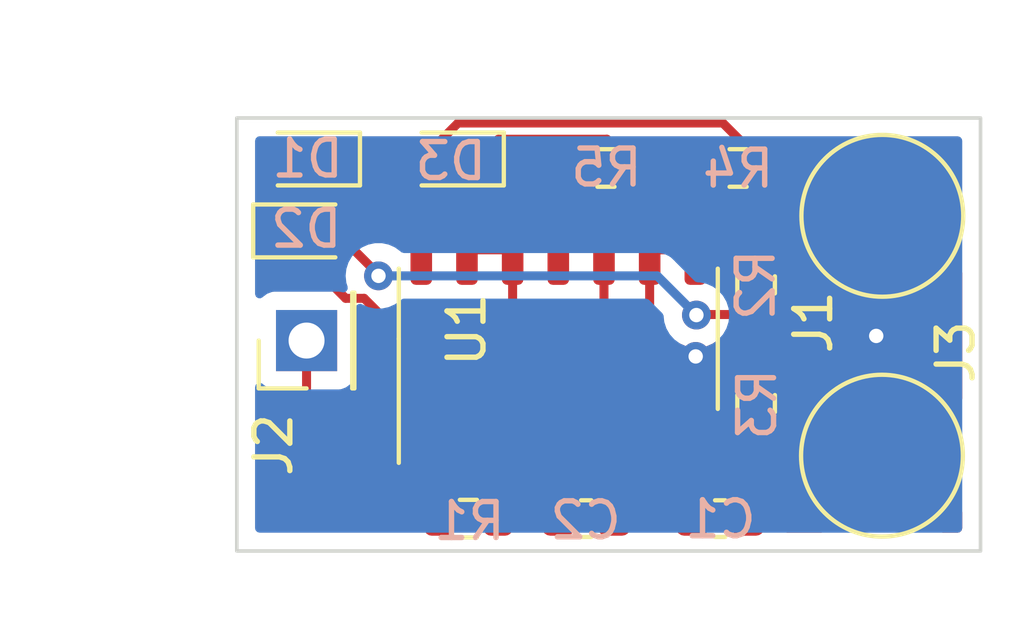
<source format=kicad_pcb>
(kicad_pcb (version 20211014) (generator pcbnew)
  (layers (0 "F.Cu" signal) (31 "B.Cu" signal) (34 "B.Paste" user) (35 "F.Paste" user) (36 "B.SilkS" user "B.Silkscreen") (37 "F.SilkS" user "F.Silkscreen") (38 "B.Mask" user) (39 "F.Mask" user) (44 "Edge.Cuts" user))
  (net 0 "")
  (net 1 "VCC")
  (net 2 "GND")
  (net 3 "Net-(U1-Pad4)")
  (net 4 "Net-(C2-Pad2)")
  (net 5 "Net-(D2-Pad1)")
  (net 6 "Net-(D2-Pad2)")
  (net 7 "Net-(R5-Pad1)")
  (net 8 "Net-(U1-Pad1)")
  (net 9 "Net-(R5-Pad2)")
  (net 10 "Net-(U1-Pad6)")
  (footprint "Capacitor_SMD:C_0603_1608Metric" (layer "F.Cu") (at 105.005 75.3625)
    (fp_text reference "C2" (at -0.015 0.05) (layer "B.SilkS") (effects (justify mirror)))
    (fp_text value "0.1uF")
    (fp_line (start -0.14058 -0.51) (end 0.14058 -0.51) (layer "F.SilkS") (width 0.12))
    (fp_line (start -0.14058 0.51) (end 0.14058 0.51) (layer "F.SilkS") (width 0.12))
    (pad "1" smd roundrect locked (at -0.775 0) (size 0.9 0.95) (layers "F.Cu" "F.Paste" "F.Mask") (net 3 "Net-(U1-Pad4)"))
    (pad "2" smd roundrect locked (at 0.775 0) (size 0.9 0.95) (layers "F.Cu" "F.Paste" "F.Mask") (net 4 "Net-(C2-Pad2)"))
  )
  (footprint "Resistor_SMD:R_0603_1608Metric" (layer "F.Cu") (at 109.73 72.1645 -90)
    (fp_text reference "R3" (at 0.018 -0.03 -270) (layer "B.SilkS") (effects (justify mirror)))
    (fp_text value "1.8K")
    (fp_line (start -0.237258 0.5225) (end 0.237258 0.5225) (layer "F.SilkS") (width 0.12))
    (fp_line (start -0.237258 -0.5225) (end 0.237258 -0.5225) (layer "F.SilkS") (width 0.12))
    (pad "1" smd roundrect locked (at -0.825 0 270) (size 0.8 0.95) (layers "F.Cu" "F.Paste" "F.Mask") (net 6 "Net-(D2-Pad2)"))
    (pad "2" smd roundrect locked (at 0.825 0 270) (size 0.8 0.95) (layers "F.Cu" "F.Paste" "F.Mask") (net 2 "GND"))
  )
  (footprint "LED_SMD:LED_0603_1608Metric" (layer "F.Cu") (at 97.23 65.3625 180)
    (fp_text reference "D1" (at -0.03 0.01) (layer "B.SilkS") (effects (justify mirror)))
    (fp_text value "HIGH")
    (fp_line (start 0.8 -0.735) (end -1.485 -0.735) (layer "F.SilkS") (width 0.12))
    (fp_line (start -1.485 -0.735) (end -1.485 0.735) (layer "F.SilkS") (width 0.12))
    (fp_line (start -1.485 0.735) (end 0.8 0.735) (layer "F.SilkS") (width 0.12))
    (pad "1" smd roundrect locked (at -0.7875 0 180) (size 0.875 0.95) (layers "F.Cu" "F.Paste" "F.Mask") (net 6 "Net-(D2-Pad2)"))
    (pad "2" smd roundrect locked (at 0.7875 0 180) (size 0.875 0.95) (layers "F.Cu" "F.Paste" "F.Mask") (net 5 "Net-(D2-Pad1)"))
  )
  (footprint "Package_SO:SOIC-14_3.9x8.7mm_P1.27mm" (layer "F.Cu") (at 104.23 70.3625 90)
    (fp_text reference "U1" (at 0.25 -2.55 90) (layer "F.SilkS"))
    (fp_text value "4001")
    (fp_line (start 0 -4.435) (end 1.95 -4.435) (layer "F.SilkS") (width 0.12))
    (fp_line (start 0 4.435) (end -1.95 4.435) (layer "F.SilkS") (width 0.12))
    (fp_line (start 0 4.435) (end 1.95 4.435) (layer "F.SilkS") (width 0.12))
    (fp_line (start 0 -4.435) (end -3.45 -4.435) (layer "F.SilkS") (width 0.12))
    (pad "1" smd roundrect locked (at -2.475 -3.81 90) (size 1.95 0.6) (layers "F.Cu" "F.Paste" "F.Mask") (net 8 "Net-(U1-Pad1)"))
    (pad "2" smd roundrect locked (at -2.475 -2.54 90) (size 1.95 0.6) (layers "F.Cu" "F.Paste" "F.Mask") (net 8 "Net-(U1-Pad1)"))
    (pad "3" smd roundrect locked (at -2.475 -1.27 90) (size 1.95 0.6) (layers "F.Cu" "F.Paste" "F.Mask") (net 5 "Net-(D2-Pad1)"))
    (pad "4" smd roundrect locked (at -2.475 0 90) (size 1.95 0.6) (layers "F.Cu" "F.Paste" "F.Mask") (net 3 "Net-(U1-Pad4)"))
    (pad "5" smd roundrect locked (at -2.475 1.27 90) (size 1.95 0.6) (layers "F.Cu" "F.Paste" "F.Mask") (net 5 "Net-(D2-Pad1)"))
    (pad "6" smd roundrect locked (at -2.475 2.54 90) (size 1.95 0.6) (layers "F.Cu" "F.Paste" "F.Mask") (net 10 "Net-(U1-Pad6)"))
    (pad "7" smd roundrect locked (at -2.475 3.81 90) (size 1.95 0.6) (layers "F.Cu" "F.Paste" "F.Mask") (net 2 "GND"))
    (pad "8" smd roundrect locked (at 2.475 3.81 90) (size 1.95 0.6) (layers "F.Cu" "F.Paste" "F.Mask") (net 4 "Net-(C2-Pad2)"))
    (pad "9" smd roundrect locked (at 2.475 2.54 90) (size 1.95 0.6) (layers "F.Cu" "F.Paste" "F.Mask") (net 4 "Net-(C2-Pad2)"))
    (pad "10" smd roundrect locked (at 2.475 1.27 90) (size 1.95 0.6) (layers "F.Cu" "F.Paste" "F.Mask") (net 10 "Net-(U1-Pad6)"))
    (pad "11" smd roundrect locked (at 2.475 0 90) (size 1.95 0.6) (layers "F.Cu" "F.Paste" "F.Mask") (net 9 "Net-(R5-Pad2)"))
    (pad "12" smd roundrect locked (at 2.475 -1.27 90) (size 1.95 0.6) (layers "F.Cu" "F.Paste" "F.Mask") (net 10 "Net-(U1-Pad6)"))
    (pad "13" smd roundrect locked (at 2.475 -2.54 90) (size 1.95 0.6) (layers "F.Cu" "F.Paste" "F.Mask") (net 10 "Net-(U1-Pad6)"))
    (pad "14" smd roundrect locked (at 2.475 -3.81 90) (size 1.95 0.6) (layers "F.Cu" "F.Paste" "F.Mask") (net 1 "VCC"))
  )
  (footprint "TestPoint:TestPoint_Pad_D4.0mm" (layer "F.Cu") (at 113.23 73.6125 90)
    (fp_text reference "J3" (at 2.88 2.05 90) (layer "F.SilkS"))
    (fp_text value "Conn_01x01")
    (fp_circle (center 0 0) (end 0 2.25) (layer "F.SilkS") (width 0.12) (fill none))
    (pad "1" smd circle locked (at 0 0 90) (size 4 4) (layers "F.Cu" "F.Mask") (net 2 "GND"))
  )
  (footprint "LED_SMD:LED_0603_1608Metric" (layer "F.Cu") (at 97.23 67.3625)
    (fp_text reference "D2" (at -0.01 -0.06) (layer "B.SilkS") (effects (justify mirror)))
    (fp_text value "LOW")
    (fp_line (start 0.8 -0.735) (end -1.485 -0.735) (layer "F.SilkS") (width 0.12))
    (fp_line (start -1.485 0.735) (end 0.8 0.735) (layer "F.SilkS") (width 0.12))
    (fp_line (start -1.485 -0.735) (end -1.485 0.735) (layer "F.SilkS") (width 0.12))
    (pad "1" smd roundrect locked (at -0.7875 0) (size 0.875 0.95) (layers "F.Cu" "F.Paste" "F.Mask") (net 5 "Net-(D2-Pad1)"))
    (pad "2" smd roundrect locked (at 0.7875 0) (size 0.875 0.95) (layers "F.Cu" "F.Paste" "F.Mask") (net 6 "Net-(D2-Pad2)"))
  )
  (footprint "Capacitor_SMD:C_0603_1608Metric" (layer "F.Cu") (at 108.73 75.3625 180)
    (fp_text reference "C1" (at -0.01 -0.02) (layer "B.SilkS") (effects (justify mirror)))
    (fp_text value "0.1uF")
    (fp_line (start -0.14058 -0.51) (end 0.14058 -0.51) (layer "F.SilkS") (width 0.12))
    (fp_line (start -0.14058 0.51) (end 0.14058 0.51) (layer "F.SilkS") (width 0.12))
    (pad "1" smd roundrect locked (at -0.775 0 180) (size 0.9 0.95) (layers "F.Cu" "F.Paste" "F.Mask") (net 1 "VCC"))
    (pad "2" smd roundrect locked (at 0.775 0 180) (size 0.9 0.95) (layers "F.Cu" "F.Paste" "F.Mask") (net 2 "GND"))
  )
  (footprint "Resistor_SMD:R_0603_1608Metric" (layer "F.Cu") (at 101.73 75.3625)
    (fp_text reference "R1" (at 0.03 0.07) (layer "B.SilkS") (effects (justify mirror)))
    (fp_text value "2.2M")
    (fp_line (start -0.237258 0.5225) (end 0.237258 0.5225) (layer "F.SilkS") (width 0.12))
    (fp_line (start -0.237258 -0.5225) (end 0.237258 -0.5225) (layer "F.SilkS") (width 0.12))
    (pad "1" smd roundrect locked (at -0.825 0) (size 0.8 0.95) (layers "F.Cu" "F.Paste" "F.Mask") (net 8 "Net-(U1-Pad1)"))
    (pad "2" smd roundrect locked (at 0.825 0) (size 0.8 0.95) (layers "F.Cu" "F.Paste" "F.Mask") (net 5 "Net-(D2-Pad1)"))
  )
  (footprint "Resistor_SMD:R_0603_1608Metric" (layer "F.Cu") (at 105.555 65.6125 180)
    (fp_text reference "R5" (at -0.015 0.01) (layer "B.SilkS") (effects (justify mirror)))
    (fp_text value "1.8K")
    (fp_line (start -0.237258 -0.5225) (end 0.237258 -0.5225) (layer "F.SilkS") (width 0.12))
    (fp_line (start -0.237258 0.5225) (end 0.237258 0.5225) (layer "F.SilkS") (width 0.12))
    (pad "1" smd roundrect locked (at -0.825 0 180) (size 0.8 0.95) (layers "F.Cu" "F.Paste" "F.Mask") (net 7 "Net-(R5-Pad1)"))
    (pad "2" smd roundrect locked (at 0.825 0 180) (size 0.8 0.95) (layers "F.Cu" "F.Paste" "F.Mask") (net 9 "Net-(R5-Pad2)"))
  )
  (footprint "TestPoint:TestPoint_Pad_D4.0mm" (layer "F.Cu") (at 113.24 66.9425 90)
    (fp_text reference "J1" (at -2.96 -1.92 90) (layer "F.SilkS"))
    (fp_text value "Conn_01x01")
    (fp_circle (center 0 0) (end 0 2.25) (layer "F.SilkS") (width 0.12) (fill none))
    (pad "1" smd circle locked (at 0 0 90) (size 4 4) (layers "F.Cu" "F.Mask") (net 1 "VCC"))
  )
  (footprint "Connector_PinHeader_2.54mm:PinHeader_1x01_P2.54mm_Vertical" (layer "F.Cu") (at 97.23 70.4115 90)
    (fp_text reference "J2" (at -2.901 -0.92 90) (layer "F.SilkS"))
    (fp_text value "Conn_01x01")
    (fp_line (start -1.33 1.27) (end -1.33 1.33) (layer "F.SilkS") (width 0.12))
    (fp_line (start -1.33 1.33) (end 1.33 1.33) (layer "F.SilkS") (width 0.12))
    (fp_line (start -1.33 1.27) (end 1.33 1.27) (layer "F.SilkS") (width 0.12))
    (fp_line (start 1.33 1.27) (end 1.33 1.33) (layer "F.SilkS") (width 0.12))
    (fp_line (start -1.33 -1.33) (end 0 -1.33) (layer "F.SilkS") (width 0.12))
    (fp_line (start -1.33 0) (end -1.33 -1.33) (layer "F.SilkS") (width 0.12))
    (pad "1" thru_hole rect locked (at 0 0 90) (size 1.7 1.7) (drill 1) (layers *.Cu *.Mask) (net 8 "Net-(U1-Pad1)"))
  )
  (footprint "Resistor_SMD:R_0603_1608Metric" (layer "F.Cu") (at 109.73 68.8625 90)
    (fp_text reference "R2" (at 0 -0.01 90) (layer "B.SilkS") (effects (justify mirror)))
    (fp_text value "1.5K")
    (fp_line (start -0.237258 -0.5225) (end 0.237258 -0.5225) (layer "F.SilkS") (width 0.12))
    (fp_line (start -0.237258 0.5225) (end 0.237258 0.5225) (layer "F.SilkS") (width 0.12))
    (pad "1" smd roundrect locked (at -0.825 0 90) (size 0.8 0.95) (layers "F.Cu" "F.Paste" "F.Mask") (net 6 "Net-(D2-Pad2)"))
    (pad "2" smd roundrect locked (at 0.825 0 90) (size 0.8 0.95) (layers "F.Cu" "F.Paste" "F.Mask") (net 1 "VCC"))
  )
  (footprint "Resistor_SMD:R_0603_1608Metric" (layer "F.Cu") (at 109.23 65.6125 180)
    (fp_text reference "R4" (at 0 -0.02) (layer "B.SilkS") (effects (justify mirror)))
    (fp_text value "6.8M")
    (fp_line (start -0.237258 0.5225) (end 0.237258 0.5225) (layer "F.SilkS") (width 0.12))
    (fp_line (start -0.237258 -0.5225) (end 0.237258 -0.5225) (layer "F.SilkS") (width 0.12))
    (pad "1" smd roundrect locked (at -0.825 0 180) (size 0.8 0.95) (layers "F.Cu" "F.Paste" "F.Mask") (net 1 "VCC"))
    (pad "2" smd roundrect locked (at 0.825 0 180) (size 0.8 0.95) (layers "F.Cu" "F.Paste" "F.Mask") (net 4 "Net-(C2-Pad2)"))
  )
  (footprint "LED_SMD:LED_0603_1608Metric" (layer "F.Cu") (at 101.23 65.3625 180)
    (fp_text reference "D3" (at -0.01 -0.06) (layer "B.SilkS") (effects (justify mirror)))
    (fp_text value "CLK")
    (fp_line (start -1.485 0.735) (end 0.8 0.735) (layer "F.SilkS") (width 0.12))
    (fp_line (start 0.8 -0.735) (end -1.485 -0.735) (layer "F.SilkS") (width 0.12))
    (fp_line (start -1.485 -0.735) (end -1.485 0.735) (layer "F.SilkS") (width 0.12))
    (pad "1" smd roundrect locked (at -0.7875 0 180) (size 0.875 0.95) (layers "F.Cu" "F.Paste" "F.Mask") (net 7 "Net-(R5-Pad1)"))
    (pad "2" smd roundrect locked (at 0.7875 0 180) (size 0.875 0.95) (layers "F.Cu" "F.Paste" "F.Mask") (net 1 "VCC"))
  )
  (gr_rect (start 95.29 64.2225) (end 115.97 76.2625) (layer "Edge.Cuts") (width 0.1) (fill none))
  (segment (start 111.91 65.6125) (end 113.24 66.9425) (width 0.25) (layer "F.Cu") (net 1))
  (segment (start 100.4425 67.865) (end 100.42 67.8875) (width 0.25) (layer "F.Cu") (net 1))
  (segment (start 110.52952 74.33798) (end 109.505 75.3625) (width 0.25) (layer "F.Cu") (net 1))
  (segment (start 110.055 65.6125) (end 108.805 64.3625) (width 0.25) (layer "F.Cu") (net 1))
  (segment (start 100.4425 65.3625) (end 100.4425 67.865) (width 0.25) (layer "F.Cu") (net 1))
  (segment (start 108.805 64.3625) (end 101.4425 64.3625) (width 0.25) (layer "F.Cu") (net 1))
  (segment (start 113.24 66.9425) (end 110.52952 69.65298) (width 0.25) (layer "F.Cu") (net 1))
  (segment (start 109.73 65.9375) (end 110.055 65.6125) (width 0.25) (layer "F.Cu") (net 1))
  (segment (start 110.52952 69.65298) (end 110.52952 74.33798) (width 0.25) (layer "F.Cu") (net 1))
  (segment (start 101.4425 64.3625) (end 100.4425 65.3625) (width 0.25) (layer "F.Cu") (net 1))
  (segment (start 109.73 68.0375) (end 109.73 65.9375) (width 0.25) (layer "F.Cu") (net 1))
  (segment (start 110.055 65.6125) (end 111.91 65.6125) (width 0.25) (layer "F.Cu") (net 1))
  (segment (start 108.04 75.2775) (end 108.04 72.8375) (width 0.25) (layer "F.Cu") (net 2))
  (segment (start 107.955 75.3625) (end 108.04 75.2775) (width 0.25) (layer "F.Cu") (net 2))
  (segment (start 108.05 70.8525) (end 108.05 72.8275) (width 0.25) (layer "F.Cu") (net 2))
  (segment (start 108.05 72.8275) (end 108.04 72.8375) (width 0.25) (layer "F.Cu") (net 2))
  (via (at 108.05 70.8525) (size 0.8) (drill 0.4) (layers "F.Cu" "B.Cu") (net 2))
  (via (at 113.07 70.2825) (size 0.8) (drill 0.4) (layers "F.Cu" "B.Cu") (net 2))
  (segment (start 104.23 75.3625) (end 104.23 72.8375) (width 0.25) (layer "F.Cu") (net 3))
  (segment (start 106.77 71.191428) (end 107.39452 71.815948) (width 0.25) (layer "F.Cu") (net 4))
  (segment (start 106.77 67.8875) (end 106.77 71.191428) (width 0.25) (layer "F.Cu") (net 4))
  (segment (start 106.77 67.8875) (end 108.04 67.8875) (width 0.25) (layer "F.Cu") (net 4))
  (segment (start 108.04 65.9775) (end 108.405 65.6125) (width 0.25) (layer "F.Cu") (net 4))
  (segment (start 107.39452 74.24798) (end 106.28 75.3625) (width 0.25) (layer "F.Cu") (net 4))
  (segment (start 108.04 67.8875) (end 108.04 65.9775) (width 0.25) (layer "F.Cu") (net 4))
  (segment (start 107.39452 71.815948) (end 107.39452 74.24798) (width 0.25) (layer "F.Cu") (net 4))
  (segment (start 106.28 75.3625) (end 105.78 75.3625) (width 0.25) (layer "F.Cu") (net 4))
  (segment (start 98.316989 69.236989) (end 96.4425 67.3625) (width 0.25) (layer "F.Cu") (net 5))
  (segment (start 96.4425 65.3625) (end 96.4425 67.3625) (width 0.25) (layer "F.Cu") (net 5))
  (segment (start 103.23 71.3625) (end 102.96 71.6325) (width 0.25) (layer "F.Cu") (net 5))
  (segment (start 100.9554 71.3625) (end 98.829889 69.236989) (width 0.25) (layer "F.Cu") (net 5))
  (segment (start 103.23 71.3625) (end 100.9554 71.3625) (width 0.25) (layer "F.Cu") (net 5))
  (segment (start 105.23 71.3625) (end 103.23 71.3625) (width 0.25) (layer "F.Cu") (net 5))
  (segment (start 102.96 72.8375) (end 102.96 74.9575) (width 0.25) (layer "F.Cu") (net 5))
  (segment (start 102.96 71.6325) (end 102.96 72.8375) (width 0.25) (layer "F.Cu") (net 5))
  (segment (start 102.96 74.9575) (end 102.555 75.3625) (width 0.25) (layer "F.Cu") (net 5))
  (segment (start 105.5 72.8375) (end 105.5 71.6325) (width 0.25) (layer "F.Cu") (net 5))
  (segment (start 105.5 71.6325) (end 105.23 71.3625) (width 0.25) (layer "F.Cu") (net 5))
  (segment (start 98.829889 69.236989) (end 98.316989 69.236989) (width 0.25) (layer "F.Cu") (net 5))
  (segment (start 99.23 68.575) (end 98.0175 67.3625) (width 0.25) (layer "F.Cu") (net 6))
  (segment (start 109.73 71.3395) (end 109.73 69.6875) (width 0.25) (layer "F.Cu") (net 6))
  (segment (start 98.0175 65.3625) (end 98.0175 67.3625) (width 0.25) (layer "F.Cu") (net 6))
  (segment (start 108.085 69.6875) (end 108.07 69.7025) (width 0.25) (layer "F.Cu") (net 6))
  (segment (start 99.23 68.6125) (end 99.23 68.575) (width 0.25) (layer "F.Cu") (net 6))
  (segment (start 109.73 69.6875) (end 108.085 69.6875) (width 0.25) (layer "F.Cu") (net 6))
  (via (at 108.07 69.7025) (size 0.8) (drill 0.4) (layers "F.Cu" "B.Cu") (net 6))
  (via (at 99.23 68.6125) (size 0.8) (drill 0.4) (layers "F.Cu" "B.Cu") (net 6))
  (segment (start 106.98 68.6125) (end 108.07 69.7025) (width 0.25) (layer "B.Cu") (net 6))
  (segment (start 99.23 68.6125) (end 106.98 68.6125) (width 0.25) (layer "B.Cu") (net 6))
  (segment (start 102.56702 64.81298) (end 105.58048 64.81298) (width 0.25) (layer "F.Cu") (net 7))
  (segment (start 105.58048 64.81298) (end 106.38 65.6125) (width 0.25) (layer "F.Cu") (net 7))
  (segment (start 102.0175 65.3625) (end 102.56702 64.81298) (width 0.25) (layer "F.Cu") (net 7))
  (segment (start 100.905 75.3625) (end 100.42 74.8775) (width 0.25) (layer "F.Cu") (net 8))
  (segment (start 100.42 72.8375) (end 97.705 72.8375) (width 0.25) (layer "F.Cu") (net 8))
  (segment (start 97.23 72.3625) (end 97.23 70.4115) (width 0.25) (layer "F.Cu") (net 8))
  (segment (start 101.69 72.8375) (end 100.42 72.8375) (width 0.25) (layer "F.Cu") (net 8))
  (segment (start 97.705 72.8375) (end 97.23 72.3625) (width 0.25) (layer "F.Cu") (net 8))
  (segment (start 100.42 74.8775) (end 100.42 72.8375) (width 0.25) (layer "F.Cu") (net 8))
  (segment (start 104.23 66.1125) (end 104.73 65.6125) (width 0.25) (layer "F.Cu") (net 9))
  (segment (start 104.23 67.8875) (end 104.23 66.1125) (width 0.25) (layer "F.Cu") (net 9))
  (segment (start 106.23 72.2975) (end 106.23 71.3625) (width 0.25) (layer "F.Cu") (net 10))
  (segment (start 106.23 71.3625) (end 105.5 70.6325) (width 0.25) (layer "F.Cu") (net 10))
  (segment (start 105.5 70.6325) (end 105.5 67.8875) (width 0.25) (layer "F.Cu") (net 10))
  (segment (start 101.69 67.8875) (end 102.96 67.8875) (width 0.25) (layer "F.Cu") (net 10))
  (segment (start 106.77 72.8375) (end 106.23 72.2975) (width 0.25) (layer "F.Cu") (net 10))
  (segment (start 103.5 70.6325) (end 105.5 70.6325) (width 0.25) (layer "F.Cu") (net 10))
  (segment (start 102.96 70.0925) (end 103.5 70.6325) (width 0.25) (layer "F.Cu") (net 10))
  (segment (start 102.96 67.8875) (end 102.96 70.0925) (width 0.25) (layer "F.Cu") (net 10))
  (zone (net 2) (net_name "GND") (layers F&B.Cu) (connect_pads (clearance 0.508)) (min_thickness 0.254) (fill yes (thermal_gap 0.508) (thermal_bridge_width 0.508))
    (polygon (pts (xy 115.98 76.2625) (xy 95.29 76.2725) (xy 95.24 64.2725) (xy 115.95 64.2225)))
  )
)
</source>
